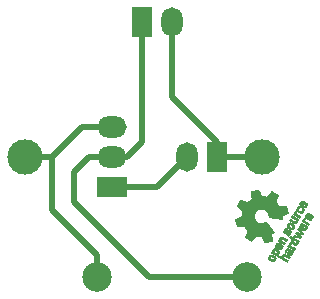
<source format=gtl>
%TF.GenerationSoftware,KiCad,Pcbnew,6.0.7*%
%TF.CreationDate,2022-09-06T10:13:28+02:00*%
%TF.ProjectId,gluhwurmchen,676c7568-7775-4726-9d63-68656e2e6b69,rev?*%
%TF.SameCoordinates,Original*%
%TF.FileFunction,Copper,L1,Top*%
%TF.FilePolarity,Positive*%
%FSLAX46Y46*%
G04 Gerber Fmt 4.6, Leading zero omitted, Abs format (unit mm)*
G04 Created by KiCad (PCBNEW 6.0.7) date 2022-09-06 10:13:28*
%MOMM*%
%LPD*%
G01*
G04 APERTURE LIST*
%TA.AperFunction,EtchedComponent*%
%ADD10C,0.010000*%
%TD*%
%TA.AperFunction,ComponentPad*%
%ADD11C,2.500000*%
%TD*%
%TA.AperFunction,ComponentPad*%
%ADD12R,1.800000X2.500000*%
%TD*%
%TA.AperFunction,ComponentPad*%
%ADD13O,1.800000X2.500000*%
%TD*%
%TA.AperFunction,ComponentPad*%
%ADD14R,2.500000X1.800000*%
%TD*%
%TA.AperFunction,ComponentPad*%
%ADD15O,2.500000X1.800000*%
%TD*%
%TA.AperFunction,ComponentPad*%
%ADD16C,3.000000*%
%TD*%
%TA.AperFunction,Conductor*%
%ADD17C,0.500000*%
%TD*%
G04 APERTURE END LIST*
G36*
X92104345Y-97594080D02*
G01*
X92069990Y-97565486D01*
X92046728Y-97536258D01*
X92030552Y-97502882D01*
X92026517Y-97491641D01*
X92011316Y-97427141D01*
X92012402Y-97405424D01*
X92149691Y-97405424D01*
X92159758Y-97451273D01*
X92194444Y-97495151D01*
X92253951Y-97537280D01*
X92285353Y-97553991D01*
X92328567Y-97573791D01*
X92358804Y-97582162D01*
X92384611Y-97580676D01*
X92402187Y-97575478D01*
X92448632Y-97547889D01*
X92476338Y-97506962D01*
X92482828Y-97457694D01*
X92475852Y-97427160D01*
X92465528Y-97402099D01*
X92452572Y-97383447D01*
X92431539Y-97366399D01*
X92396980Y-97346154D01*
X92364383Y-97328844D01*
X92317344Y-97304936D01*
X92285516Y-97291713D01*
X92262189Y-97287533D01*
X92240657Y-97290753D01*
X92226851Y-97295186D01*
X92182232Y-97321308D01*
X92156891Y-97362648D01*
X92149691Y-97405424D01*
X92012402Y-97405424D01*
X92014222Y-97369050D01*
X92036247Y-97308674D01*
X92050894Y-97281488D01*
X92100125Y-97215573D01*
X92158203Y-97173145D01*
X92225228Y-97154178D01*
X92301300Y-97158647D01*
X92386521Y-97186525D01*
X92399048Y-97192229D01*
X92483214Y-97239624D01*
X92549811Y-97293601D01*
X92595679Y-97351393D01*
X92607536Y-97375004D01*
X92622707Y-97442160D01*
X92616706Y-97513068D01*
X92591551Y-97581749D01*
X92549262Y-97642226D01*
X92504287Y-97680792D01*
X92451554Y-97705842D01*
X92394282Y-97718132D01*
X92393061Y-97718212D01*
X92361858Y-97718617D01*
X92333318Y-97714110D01*
X92300703Y-97702528D01*
X92257273Y-97681709D01*
X92222357Y-97663426D01*
X92191092Y-97646154D01*
X92153798Y-97625554D01*
X92104345Y-97594080D01*
G37*
D10*
X92104345Y-97594080D02*
X92069990Y-97565486D01*
X92046728Y-97536258D01*
X92030552Y-97502882D01*
X92026517Y-97491641D01*
X92011316Y-97427141D01*
X92012402Y-97405424D01*
X92149691Y-97405424D01*
X92159758Y-97451273D01*
X92194444Y-97495151D01*
X92253951Y-97537280D01*
X92285353Y-97553991D01*
X92328567Y-97573791D01*
X92358804Y-97582162D01*
X92384611Y-97580676D01*
X92402187Y-97575478D01*
X92448632Y-97547889D01*
X92476338Y-97506962D01*
X92482828Y-97457694D01*
X92475852Y-97427160D01*
X92465528Y-97402099D01*
X92452572Y-97383447D01*
X92431539Y-97366399D01*
X92396980Y-97346154D01*
X92364383Y-97328844D01*
X92317344Y-97304936D01*
X92285516Y-97291713D01*
X92262189Y-97287533D01*
X92240657Y-97290753D01*
X92226851Y-97295186D01*
X92182232Y-97321308D01*
X92156891Y-97362648D01*
X92149691Y-97405424D01*
X92012402Y-97405424D01*
X92014222Y-97369050D01*
X92036247Y-97308674D01*
X92050894Y-97281488D01*
X92100125Y-97215573D01*
X92158203Y-97173145D01*
X92225228Y-97154178D01*
X92301300Y-97158647D01*
X92386521Y-97186525D01*
X92399048Y-97192229D01*
X92483214Y-97239624D01*
X92549811Y-97293601D01*
X92595679Y-97351393D01*
X92607536Y-97375004D01*
X92622707Y-97442160D01*
X92616706Y-97513068D01*
X92591551Y-97581749D01*
X92549262Y-97642226D01*
X92504287Y-97680792D01*
X92451554Y-97705842D01*
X92394282Y-97718132D01*
X92393061Y-97718212D01*
X92361858Y-97718617D01*
X92333318Y-97714110D01*
X92300703Y-97702528D01*
X92257273Y-97681709D01*
X92222357Y-97663426D01*
X92191092Y-97646154D01*
X92153798Y-97625554D01*
X92104345Y-97594080D01*
G36*
X91155608Y-91670958D02*
G01*
X91173831Y-91703693D01*
X91199287Y-91752557D01*
X91230266Y-91814229D01*
X91265053Y-91885384D01*
X91284694Y-91926316D01*
X91320601Y-92000987D01*
X91353326Y-92067811D01*
X91381212Y-92123508D01*
X91402607Y-92164797D01*
X91415854Y-92188398D01*
X91419051Y-92192641D01*
X91433442Y-92195515D01*
X91467911Y-92200603D01*
X91517546Y-92207303D01*
X91577434Y-92215016D01*
X91642664Y-92223138D01*
X91708323Y-92231069D01*
X91769500Y-92238208D01*
X91821279Y-92243955D01*
X91858752Y-92247709D01*
X91877005Y-92248867D01*
X91877803Y-92248774D01*
X91886890Y-92239292D01*
X91909920Y-92213363D01*
X91944538Y-92173695D01*
X91988390Y-92122991D01*
X92039119Y-92063959D01*
X92068632Y-92029469D01*
X92122974Y-91966469D01*
X92172709Y-91909941D01*
X92215268Y-91862715D01*
X92248081Y-91827619D01*
X92268579Y-91807483D01*
X92273473Y-91803883D01*
X92290491Y-91807413D01*
X92324967Y-91822239D01*
X92373129Y-91846179D01*
X92431206Y-91877052D01*
X92495423Y-91912675D01*
X92562006Y-91950867D01*
X92627185Y-91989446D01*
X92687185Y-92026231D01*
X92738234Y-92059040D01*
X92776559Y-92085690D01*
X92798388Y-92104000D01*
X92801964Y-92109488D01*
X92799165Y-92128337D01*
X92789058Y-92165864D01*
X92773104Y-92217180D01*
X92752772Y-92277392D01*
X92745397Y-92298252D01*
X92709596Y-92398682D01*
X92681572Y-92478162D01*
X92660489Y-92539371D01*
X92645511Y-92584987D01*
X92635801Y-92617687D01*
X92630524Y-92640150D01*
X92628844Y-92655054D01*
X92629924Y-92665076D01*
X92630372Y-92666650D01*
X92641083Y-92685961D01*
X92664319Y-92719401D01*
X92697039Y-92763216D01*
X92736202Y-92813650D01*
X92778766Y-92866948D01*
X92821690Y-92919353D01*
X92861933Y-92967110D01*
X92896453Y-93006465D01*
X92922210Y-93033662D01*
X92936161Y-93044944D01*
X92936815Y-93045053D01*
X92954097Y-93044094D01*
X92992444Y-93041423D01*
X93047856Y-93037336D01*
X93116328Y-93032131D01*
X93193861Y-93026104D01*
X93215907Y-93024369D01*
X93295460Y-93018724D01*
X93367321Y-93014829D01*
X93427419Y-93012806D01*
X93471687Y-93012780D01*
X93496057Y-93014874D01*
X93498664Y-93015799D01*
X93506695Y-93030498D01*
X93519195Y-93065520D01*
X93535076Y-93116661D01*
X93553247Y-93179717D01*
X93572620Y-93250486D01*
X93592103Y-93324764D01*
X93610608Y-93398348D01*
X93627046Y-93467034D01*
X93640325Y-93526618D01*
X93649357Y-93572898D01*
X93653052Y-93601669D01*
X93652347Y-93608630D01*
X93639063Y-93618113D01*
X93608061Y-93635332D01*
X93564479Y-93657534D01*
X93530128Y-93674142D01*
X93467459Y-93703991D01*
X93393475Y-93739471D01*
X93319451Y-93775168D01*
X93279750Y-93794415D01*
X93145539Y-93859660D01*
X93142245Y-93977571D01*
X93139895Y-94030798D01*
X93136340Y-94075161D01*
X93132178Y-94104162D01*
X93130029Y-94110916D01*
X93116172Y-94112529D01*
X93080566Y-94110936D01*
X93026351Y-94106536D01*
X92956666Y-94099724D01*
X92874652Y-94090898D01*
X92783447Y-94080456D01*
X92686193Y-94068793D01*
X92586029Y-94056308D01*
X92486095Y-94043397D01*
X92389529Y-94030459D01*
X92299474Y-94017889D01*
X92219069Y-94006086D01*
X92151452Y-93995444D01*
X92099764Y-93986363D01*
X92067146Y-93979239D01*
X92056870Y-93975189D01*
X92051264Y-93957028D01*
X92045823Y-93921211D01*
X92041659Y-93875209D01*
X92041420Y-93871412D01*
X92022564Y-93747844D01*
X91982985Y-93634134D01*
X91924863Y-93532329D01*
X91850383Y-93444478D01*
X91761727Y-93372627D01*
X91661077Y-93318826D01*
X91550617Y-93285120D01*
X91432528Y-93273558D01*
X91404843Y-93274231D01*
X91284658Y-93291480D01*
X91173953Y-93329917D01*
X91074608Y-93387084D01*
X90988501Y-93460523D01*
X90917512Y-93547778D01*
X90863519Y-93646390D01*
X90828404Y-93753902D01*
X90814043Y-93867856D01*
X90822317Y-93985794D01*
X90830406Y-94025469D01*
X90864597Y-94134297D01*
X90913091Y-94227212D01*
X90979674Y-94310185D01*
X91053968Y-94377880D01*
X91146921Y-94437669D01*
X91251840Y-94477829D01*
X91364580Y-94498040D01*
X91480994Y-94497981D01*
X91596939Y-94477333D01*
X91708267Y-94435778D01*
X91721194Y-94429333D01*
X91762886Y-94409339D01*
X91796982Y-94395526D01*
X91816425Y-94390737D01*
X91816921Y-94390792D01*
X91828964Y-94401182D01*
X91853773Y-94429135D01*
X91889434Y-94472128D01*
X91934036Y-94527641D01*
X91985666Y-94593153D01*
X92042409Y-94666144D01*
X92102352Y-94744093D01*
X92163585Y-94824479D01*
X92224192Y-94904780D01*
X92282261Y-94982478D01*
X92335878Y-95055050D01*
X92383132Y-95119975D01*
X92422108Y-95174735D01*
X92450895Y-95216808D01*
X92467578Y-95243671D01*
X92470914Y-95252537D01*
X92456794Y-95265589D01*
X92426371Y-95287700D01*
X92384972Y-95315105D01*
X92361541Y-95329790D01*
X92261074Y-95391598D01*
X92271676Y-95540450D01*
X92277221Y-95616512D01*
X92283499Y-95699908D01*
X92289565Y-95778162D01*
X92292707Y-95817419D01*
X92296425Y-95872229D01*
X92298134Y-95917809D01*
X92297690Y-95948258D01*
X92296088Y-95957307D01*
X92282473Y-95963963D01*
X92248102Y-95976245D01*
X92196447Y-95993046D01*
X92130981Y-96013254D01*
X92055178Y-96035761D01*
X92006783Y-96049734D01*
X91920994Y-96073532D01*
X91845222Y-96093158D01*
X91782642Y-96107881D01*
X91736432Y-96116976D01*
X91709769Y-96119714D01*
X91705197Y-96118815D01*
X91694172Y-96104377D01*
X91674471Y-96070694D01*
X91647995Y-96021341D01*
X91616645Y-95959886D01*
X91582323Y-95889904D01*
X91572875Y-95870184D01*
X91538595Y-95798410D01*
X91507659Y-95733914D01*
X91481812Y-95680309D01*
X91462800Y-95641211D01*
X91452365Y-95620233D01*
X91451242Y-95618140D01*
X91436831Y-95611980D01*
X91402236Y-95603474D01*
X91352230Y-95593378D01*
X91291585Y-95582450D01*
X91225077Y-95571443D01*
X91157477Y-95561117D01*
X91093558Y-95552224D01*
X91038093Y-95545522D01*
X90995855Y-95541767D01*
X90971616Y-95541716D01*
X90970314Y-95541955D01*
X90961421Y-95545346D01*
X90950041Y-95553176D01*
X90934275Y-95567508D01*
X90912220Y-95590406D01*
X90881976Y-95623932D01*
X90841643Y-95670149D01*
X90789316Y-95731122D01*
X90723098Y-95808911D01*
X90708785Y-95825768D01*
X90665758Y-95875378D01*
X90627100Y-95917963D01*
X90596310Y-95949811D01*
X90576894Y-95967207D01*
X90573594Y-95969137D01*
X90556327Y-95965489D01*
X90521632Y-95950596D01*
X90473285Y-95926634D01*
X90415061Y-95895780D01*
X90350737Y-95860211D01*
X90284089Y-95822103D01*
X90218892Y-95783633D01*
X90158923Y-95746977D01*
X90107957Y-95714313D01*
X90069770Y-95687815D01*
X90048137Y-95669662D01*
X90044686Y-95664255D01*
X90047946Y-95647127D01*
X90058599Y-95609993D01*
X90075482Y-95556490D01*
X90097429Y-95490261D01*
X90123275Y-95414942D01*
X90137629Y-95374064D01*
X90164944Y-95296550D01*
X90189117Y-95227319D01*
X90208983Y-95169765D01*
X90223374Y-95127279D01*
X90231125Y-95103253D01*
X90232138Y-95099148D01*
X90224099Y-95086578D01*
X90203722Y-95058056D01*
X90173990Y-95017534D01*
X90137881Y-94968967D01*
X90098376Y-94916313D01*
X90058456Y-94863522D01*
X90021102Y-94814551D01*
X89989294Y-94773355D01*
X89966012Y-94743888D01*
X89954238Y-94730104D01*
X89953647Y-94729634D01*
X89938543Y-94728832D01*
X89902063Y-94729971D01*
X89847888Y-94732843D01*
X89779698Y-94737237D01*
X89701174Y-94742947D01*
X89655917Y-94746493D01*
X89573081Y-94752739D01*
X89498336Y-94757612D01*
X89435427Y-94760927D01*
X89388095Y-94762505D01*
X89360086Y-94762163D01*
X89354354Y-94761138D01*
X89347571Y-94747396D01*
X89335766Y-94713413D01*
X89320076Y-94663318D01*
X89301641Y-94601238D01*
X89281597Y-94531300D01*
X89261082Y-94457632D01*
X89241234Y-94384361D01*
X89223191Y-94315612D01*
X89208089Y-94255515D01*
X89197068Y-94208196D01*
X89191265Y-94177782D01*
X89191004Y-94168577D01*
X89203267Y-94160916D01*
X89235054Y-94144009D01*
X89283199Y-94119458D01*
X89344535Y-94088860D01*
X89415896Y-94053819D01*
X89470014Y-94027552D01*
X89744029Y-93895179D01*
X89774024Y-93670283D01*
X89804020Y-93445387D01*
X89571292Y-93245379D01*
X89338565Y-93045370D01*
X89652393Y-92501805D01*
X89941969Y-92603349D01*
X90231544Y-92704893D01*
X90591080Y-92428044D01*
X90568711Y-92124553D01*
X90562686Y-92039699D01*
X90557698Y-91963258D01*
X90553940Y-91898778D01*
X90551609Y-91849804D01*
X90550902Y-91819881D01*
X90551475Y-91812173D01*
X90565224Y-91805631D01*
X90599301Y-91794364D01*
X90649560Y-91779446D01*
X90711861Y-91761954D01*
X90782057Y-91742964D01*
X90856008Y-91723553D01*
X90929569Y-91704794D01*
X90998598Y-91687767D01*
X91058950Y-91673546D01*
X91106483Y-91663207D01*
X91137052Y-91657827D01*
X91146330Y-91657678D01*
X91155608Y-91670958D01*
G37*
X91155608Y-91670958D02*
X91173831Y-91703693D01*
X91199287Y-91752557D01*
X91230266Y-91814229D01*
X91265053Y-91885384D01*
X91284694Y-91926316D01*
X91320601Y-92000987D01*
X91353326Y-92067811D01*
X91381212Y-92123508D01*
X91402607Y-92164797D01*
X91415854Y-92188398D01*
X91419051Y-92192641D01*
X91433442Y-92195515D01*
X91467911Y-92200603D01*
X91517546Y-92207303D01*
X91577434Y-92215016D01*
X91642664Y-92223138D01*
X91708323Y-92231069D01*
X91769500Y-92238208D01*
X91821279Y-92243955D01*
X91858752Y-92247709D01*
X91877005Y-92248867D01*
X91877803Y-92248774D01*
X91886890Y-92239292D01*
X91909920Y-92213363D01*
X91944538Y-92173695D01*
X91988390Y-92122991D01*
X92039119Y-92063959D01*
X92068632Y-92029469D01*
X92122974Y-91966469D01*
X92172709Y-91909941D01*
X92215268Y-91862715D01*
X92248081Y-91827619D01*
X92268579Y-91807483D01*
X92273473Y-91803883D01*
X92290491Y-91807413D01*
X92324967Y-91822239D01*
X92373129Y-91846179D01*
X92431206Y-91877052D01*
X92495423Y-91912675D01*
X92562006Y-91950867D01*
X92627185Y-91989446D01*
X92687185Y-92026231D01*
X92738234Y-92059040D01*
X92776559Y-92085690D01*
X92798388Y-92104000D01*
X92801964Y-92109488D01*
X92799165Y-92128337D01*
X92789058Y-92165864D01*
X92773104Y-92217180D01*
X92752772Y-92277392D01*
X92745397Y-92298252D01*
X92709596Y-92398682D01*
X92681572Y-92478162D01*
X92660489Y-92539371D01*
X92645511Y-92584987D01*
X92635801Y-92617687D01*
X92630524Y-92640150D01*
X92628844Y-92655054D01*
X92629924Y-92665076D01*
X92630372Y-92666650D01*
X92641083Y-92685961D01*
X92664319Y-92719401D01*
X92697039Y-92763216D01*
X92736202Y-92813650D01*
X92778766Y-92866948D01*
X92821690Y-92919353D01*
X92861933Y-92967110D01*
X92896453Y-93006465D01*
X92922210Y-93033662D01*
X92936161Y-93044944D01*
X92936815Y-93045053D01*
X92954097Y-93044094D01*
X92992444Y-93041423D01*
X93047856Y-93037336D01*
X93116328Y-93032131D01*
X93193861Y-93026104D01*
X93215907Y-93024369D01*
X93295460Y-93018724D01*
X93367321Y-93014829D01*
X93427419Y-93012806D01*
X93471687Y-93012780D01*
X93496057Y-93014874D01*
X93498664Y-93015799D01*
X93506695Y-93030498D01*
X93519195Y-93065520D01*
X93535076Y-93116661D01*
X93553247Y-93179717D01*
X93572620Y-93250486D01*
X93592103Y-93324764D01*
X93610608Y-93398348D01*
X93627046Y-93467034D01*
X93640325Y-93526618D01*
X93649357Y-93572898D01*
X93653052Y-93601669D01*
X93652347Y-93608630D01*
X93639063Y-93618113D01*
X93608061Y-93635332D01*
X93564479Y-93657534D01*
X93530128Y-93674142D01*
X93467459Y-93703991D01*
X93393475Y-93739471D01*
X93319451Y-93775168D01*
X93279750Y-93794415D01*
X93145539Y-93859660D01*
X93142245Y-93977571D01*
X93139895Y-94030798D01*
X93136340Y-94075161D01*
X93132178Y-94104162D01*
X93130029Y-94110916D01*
X93116172Y-94112529D01*
X93080566Y-94110936D01*
X93026351Y-94106536D01*
X92956666Y-94099724D01*
X92874652Y-94090898D01*
X92783447Y-94080456D01*
X92686193Y-94068793D01*
X92586029Y-94056308D01*
X92486095Y-94043397D01*
X92389529Y-94030459D01*
X92299474Y-94017889D01*
X92219069Y-94006086D01*
X92151452Y-93995444D01*
X92099764Y-93986363D01*
X92067146Y-93979239D01*
X92056870Y-93975189D01*
X92051264Y-93957028D01*
X92045823Y-93921211D01*
X92041659Y-93875209D01*
X92041420Y-93871412D01*
X92022564Y-93747844D01*
X91982985Y-93634134D01*
X91924863Y-93532329D01*
X91850383Y-93444478D01*
X91761727Y-93372627D01*
X91661077Y-93318826D01*
X91550617Y-93285120D01*
X91432528Y-93273558D01*
X91404843Y-93274231D01*
X91284658Y-93291480D01*
X91173953Y-93329917D01*
X91074608Y-93387084D01*
X90988501Y-93460523D01*
X90917512Y-93547778D01*
X90863519Y-93646390D01*
X90828404Y-93753902D01*
X90814043Y-93867856D01*
X90822317Y-93985794D01*
X90830406Y-94025469D01*
X90864597Y-94134297D01*
X90913091Y-94227212D01*
X90979674Y-94310185D01*
X91053968Y-94377880D01*
X91146921Y-94437669D01*
X91251840Y-94477829D01*
X91364580Y-94498040D01*
X91480994Y-94497981D01*
X91596939Y-94477333D01*
X91708267Y-94435778D01*
X91721194Y-94429333D01*
X91762886Y-94409339D01*
X91796982Y-94395526D01*
X91816425Y-94390737D01*
X91816921Y-94390792D01*
X91828964Y-94401182D01*
X91853773Y-94429135D01*
X91889434Y-94472128D01*
X91934036Y-94527641D01*
X91985666Y-94593153D01*
X92042409Y-94666144D01*
X92102352Y-94744093D01*
X92163585Y-94824479D01*
X92224192Y-94904780D01*
X92282261Y-94982478D01*
X92335878Y-95055050D01*
X92383132Y-95119975D01*
X92422108Y-95174735D01*
X92450895Y-95216808D01*
X92467578Y-95243671D01*
X92470914Y-95252537D01*
X92456794Y-95265589D01*
X92426371Y-95287700D01*
X92384972Y-95315105D01*
X92361541Y-95329790D01*
X92261074Y-95391598D01*
X92271676Y-95540450D01*
X92277221Y-95616512D01*
X92283499Y-95699908D01*
X92289565Y-95778162D01*
X92292707Y-95817419D01*
X92296425Y-95872229D01*
X92298134Y-95917809D01*
X92297690Y-95948258D01*
X92296088Y-95957307D01*
X92282473Y-95963963D01*
X92248102Y-95976245D01*
X92196447Y-95993046D01*
X92130981Y-96013254D01*
X92055178Y-96035761D01*
X92006783Y-96049734D01*
X91920994Y-96073532D01*
X91845222Y-96093158D01*
X91782642Y-96107881D01*
X91736432Y-96116976D01*
X91709769Y-96119714D01*
X91705197Y-96118815D01*
X91694172Y-96104377D01*
X91674471Y-96070694D01*
X91647995Y-96021341D01*
X91616645Y-95959886D01*
X91582323Y-95889904D01*
X91572875Y-95870184D01*
X91538595Y-95798410D01*
X91507659Y-95733914D01*
X91481812Y-95680309D01*
X91462800Y-95641211D01*
X91452365Y-95620233D01*
X91451242Y-95618140D01*
X91436831Y-95611980D01*
X91402236Y-95603474D01*
X91352230Y-95593378D01*
X91291585Y-95582450D01*
X91225077Y-95571443D01*
X91157477Y-95561117D01*
X91093558Y-95552224D01*
X91038093Y-95545522D01*
X90995855Y-95541767D01*
X90971616Y-95541716D01*
X90970314Y-95541955D01*
X90961421Y-95545346D01*
X90950041Y-95553176D01*
X90934275Y-95567508D01*
X90912220Y-95590406D01*
X90881976Y-95623932D01*
X90841643Y-95670149D01*
X90789316Y-95731122D01*
X90723098Y-95808911D01*
X90708785Y-95825768D01*
X90665758Y-95875378D01*
X90627100Y-95917963D01*
X90596310Y-95949811D01*
X90576894Y-95967207D01*
X90573594Y-95969137D01*
X90556327Y-95965489D01*
X90521632Y-95950596D01*
X90473285Y-95926634D01*
X90415061Y-95895780D01*
X90350737Y-95860211D01*
X90284089Y-95822103D01*
X90218892Y-95783633D01*
X90158923Y-95746977D01*
X90107957Y-95714313D01*
X90069770Y-95687815D01*
X90048137Y-95669662D01*
X90044686Y-95664255D01*
X90047946Y-95647127D01*
X90058599Y-95609993D01*
X90075482Y-95556490D01*
X90097429Y-95490261D01*
X90123275Y-95414942D01*
X90137629Y-95374064D01*
X90164944Y-95296550D01*
X90189117Y-95227319D01*
X90208983Y-95169765D01*
X90223374Y-95127279D01*
X90231125Y-95103253D01*
X90232138Y-95099148D01*
X90224099Y-95086578D01*
X90203722Y-95058056D01*
X90173990Y-95017534D01*
X90137881Y-94968967D01*
X90098376Y-94916313D01*
X90058456Y-94863522D01*
X90021102Y-94814551D01*
X89989294Y-94773355D01*
X89966012Y-94743888D01*
X89954238Y-94730104D01*
X89953647Y-94729634D01*
X89938543Y-94728832D01*
X89902063Y-94729971D01*
X89847888Y-94732843D01*
X89779698Y-94737237D01*
X89701174Y-94742947D01*
X89655917Y-94746493D01*
X89573081Y-94752739D01*
X89498336Y-94757612D01*
X89435427Y-94760927D01*
X89388095Y-94762505D01*
X89360086Y-94762163D01*
X89354354Y-94761138D01*
X89347571Y-94747396D01*
X89335766Y-94713413D01*
X89320076Y-94663318D01*
X89301641Y-94601238D01*
X89281597Y-94531300D01*
X89261082Y-94457632D01*
X89241234Y-94384361D01*
X89223191Y-94315612D01*
X89208089Y-94255515D01*
X89197068Y-94208196D01*
X89191265Y-94177782D01*
X89191004Y-94168577D01*
X89203267Y-94160916D01*
X89235054Y-94144009D01*
X89283199Y-94119458D01*
X89344535Y-94088860D01*
X89415896Y-94053819D01*
X89470014Y-94027552D01*
X89744029Y-93895179D01*
X89774024Y-93670283D01*
X89804020Y-93445387D01*
X89571292Y-93245379D01*
X89338565Y-93045370D01*
X89652393Y-92501805D01*
X89941969Y-92603349D01*
X90231544Y-92704893D01*
X90591080Y-92428044D01*
X90568711Y-92124553D01*
X90562686Y-92039699D01*
X90557698Y-91963258D01*
X90553940Y-91898778D01*
X90551609Y-91849804D01*
X90550902Y-91819881D01*
X90551475Y-91812173D01*
X90565224Y-91805631D01*
X90599301Y-91794364D01*
X90649560Y-91779446D01*
X90711861Y-91761954D01*
X90782057Y-91742964D01*
X90856008Y-91723553D01*
X90929569Y-91704794D01*
X90998598Y-91687767D01*
X91058950Y-91673546D01*
X91106483Y-91663207D01*
X91137052Y-91657827D01*
X91146330Y-91657678D01*
X91155608Y-91670958D01*
G36*
X94061415Y-96213348D02*
G01*
X93993838Y-96167231D01*
X93947184Y-96125537D01*
X93918600Y-96084483D01*
X93905238Y-96040288D01*
X93903456Y-96003843D01*
X93905630Y-95993647D01*
X94052133Y-95993647D01*
X94061287Y-96033629D01*
X94064540Y-96039106D01*
X94088997Y-96064493D01*
X94128520Y-96093450D01*
X94176020Y-96122031D01*
X94224410Y-96146295D01*
X94266603Y-96162297D01*
X94293285Y-96166388D01*
X94341588Y-96151469D01*
X94374266Y-96119512D01*
X94388332Y-96075221D01*
X94381985Y-96026769D01*
X94372018Y-96004053D01*
X94355653Y-95984687D01*
X94327510Y-95963793D01*
X94282712Y-95936785D01*
X94236973Y-95912425D01*
X94195222Y-95893730D01*
X94165529Y-95884254D01*
X94162612Y-95883848D01*
X94121117Y-95890815D01*
X94086143Y-95915758D01*
X94061784Y-95952196D01*
X94052133Y-95993647D01*
X93905630Y-95993647D01*
X93912850Y-95959784D01*
X93935372Y-95911244D01*
X93966022Y-95865921D01*
X93999798Y-95831511D01*
X94024612Y-95817353D01*
X94057500Y-95806759D01*
X93803664Y-95660206D01*
X93872822Y-95540420D01*
X94613317Y-95967945D01*
X94578738Y-96027838D01*
X94557647Y-96062013D01*
X94542974Y-96077682D01*
X94530042Y-96078908D01*
X94523553Y-96075834D01*
X94510488Y-96069757D01*
X94504101Y-96075313D01*
X94501246Y-96097955D01*
X94500219Y-96116250D01*
X94485763Y-96180424D01*
X94452608Y-96240114D01*
X94412217Y-96280885D01*
X94355840Y-96308018D01*
X94291070Y-96316118D01*
X94227122Y-96304110D01*
X94223875Y-96302870D01*
X94189842Y-96286922D01*
X94142490Y-96261423D01*
X94107343Y-96240983D01*
X94089522Y-96230619D01*
X94061415Y-96213348D01*
G37*
X94061415Y-96213348D02*
X93993838Y-96167231D01*
X93947184Y-96125537D01*
X93918600Y-96084483D01*
X93905238Y-96040288D01*
X93903456Y-96003843D01*
X93905630Y-95993647D01*
X94052133Y-95993647D01*
X94061287Y-96033629D01*
X94064540Y-96039106D01*
X94088997Y-96064493D01*
X94128520Y-96093450D01*
X94176020Y-96122031D01*
X94224410Y-96146295D01*
X94266603Y-96162297D01*
X94293285Y-96166388D01*
X94341588Y-96151469D01*
X94374266Y-96119512D01*
X94388332Y-96075221D01*
X94381985Y-96026769D01*
X94372018Y-96004053D01*
X94355653Y-95984687D01*
X94327510Y-95963793D01*
X94282712Y-95936785D01*
X94236973Y-95912425D01*
X94195222Y-95893730D01*
X94165529Y-95884254D01*
X94162612Y-95883848D01*
X94121117Y-95890815D01*
X94086143Y-95915758D01*
X94061784Y-95952196D01*
X94052133Y-95993647D01*
X93905630Y-95993647D01*
X93912850Y-95959784D01*
X93935372Y-95911244D01*
X93966022Y-95865921D01*
X93999798Y-95831511D01*
X94024612Y-95817353D01*
X94057500Y-95806759D01*
X93803664Y-95660206D01*
X93872822Y-95540420D01*
X94613317Y-95967945D01*
X94578738Y-96027838D01*
X94557647Y-96062013D01*
X94542974Y-96077682D01*
X94530042Y-96078908D01*
X94523553Y-96075834D01*
X94510488Y-96069757D01*
X94504101Y-96075313D01*
X94501246Y-96097955D01*
X94500219Y-96116250D01*
X94485763Y-96180424D01*
X94452608Y-96240114D01*
X94412217Y-96280885D01*
X94355840Y-96308018D01*
X94291070Y-96316118D01*
X94227122Y-96304110D01*
X94223875Y-96302870D01*
X94189842Y-96286922D01*
X94142490Y-96261423D01*
X94107343Y-96240983D01*
X94089522Y-96230619D01*
X94061415Y-96213348D01*
G36*
X94633206Y-94971566D02*
G01*
X94680258Y-95023038D01*
X94736996Y-95085159D01*
X94796164Y-95149985D01*
X94848906Y-95207811D01*
X94968917Y-95339453D01*
X94943050Y-95391842D01*
X94917184Y-95444231D01*
X94810973Y-95419418D01*
X94745067Y-95403880D01*
X94672517Y-95386563D01*
X94608541Y-95371099D01*
X94605997Y-95370478D01*
X94562003Y-95361117D01*
X94530596Y-95357135D01*
X94516746Y-95359049D01*
X94516969Y-95361215D01*
X94528693Y-95375133D01*
X94554558Y-95403648D01*
X94591285Y-95443216D01*
X94635601Y-95490292D01*
X94660060Y-95516042D01*
X94793414Y-95656007D01*
X94735543Y-95756243D01*
X94436096Y-95690199D01*
X94352077Y-95671705D01*
X94275741Y-95654973D01*
X94210675Y-95640785D01*
X94160469Y-95629920D01*
X94128711Y-95623160D01*
X94119374Y-95621287D01*
X94112578Y-95614579D01*
X94118545Y-95596152D01*
X94138603Y-95562220D01*
X94141953Y-95557030D01*
X94181807Y-95495639D01*
X94358197Y-95542201D01*
X94422595Y-95559063D01*
X94479333Y-95573665D01*
X94523476Y-95584753D01*
X94550087Y-95591078D01*
X94554511Y-95591962D01*
X94553253Y-95584314D01*
X94537249Y-95561118D01*
X94508809Y-95525308D01*
X94470239Y-95479819D01*
X94434814Y-95439736D01*
X94295194Y-95284313D01*
X94323292Y-95243112D01*
X94351392Y-95201910D01*
X94753988Y-95284197D01*
X94704288Y-95231962D01*
X94673408Y-95199967D01*
X94631457Y-95157111D01*
X94585186Y-95110274D01*
X94560301Y-95085267D01*
X94466012Y-94990805D01*
X94537514Y-94866961D01*
X94633206Y-94971566D01*
G37*
X94633206Y-94971566D02*
X94680258Y-95023038D01*
X94736996Y-95085159D01*
X94796164Y-95149985D01*
X94848906Y-95207811D01*
X94968917Y-95339453D01*
X94943050Y-95391842D01*
X94917184Y-95444231D01*
X94810973Y-95419418D01*
X94745067Y-95403880D01*
X94672517Y-95386563D01*
X94608541Y-95371099D01*
X94605997Y-95370478D01*
X94562003Y-95361117D01*
X94530596Y-95357135D01*
X94516746Y-95359049D01*
X94516969Y-95361215D01*
X94528693Y-95375133D01*
X94554558Y-95403648D01*
X94591285Y-95443216D01*
X94635601Y-95490292D01*
X94660060Y-95516042D01*
X94793414Y-95656007D01*
X94735543Y-95756243D01*
X94436096Y-95690199D01*
X94352077Y-95671705D01*
X94275741Y-95654973D01*
X94210675Y-95640785D01*
X94160469Y-95629920D01*
X94128711Y-95623160D01*
X94119374Y-95621287D01*
X94112578Y-95614579D01*
X94118545Y-95596152D01*
X94138603Y-95562220D01*
X94141953Y-95557030D01*
X94181807Y-95495639D01*
X94358197Y-95542201D01*
X94422595Y-95559063D01*
X94479333Y-95573665D01*
X94523476Y-95584753D01*
X94550087Y-95591078D01*
X94554511Y-95591962D01*
X94553253Y-95584314D01*
X94537249Y-95561118D01*
X94508809Y-95525308D01*
X94470239Y-95479819D01*
X94434814Y-95439736D01*
X94295194Y-95284313D01*
X94323292Y-95243112D01*
X94351392Y-95201910D01*
X94753988Y-95284197D01*
X94704288Y-95231962D01*
X94673408Y-95199967D01*
X94631457Y-95157111D01*
X94585186Y-95110274D01*
X94560301Y-95085267D01*
X94466012Y-94990805D01*
X94537514Y-94866961D01*
X94633206Y-94971566D01*
G36*
X95174294Y-94022558D02*
G01*
X95140812Y-93961179D01*
X95131466Y-93895938D01*
X95136848Y-93869980D01*
X95266007Y-93869980D01*
X95268329Y-93919812D01*
X95287384Y-93964435D01*
X95318426Y-93993842D01*
X95328632Y-93986268D01*
X95347738Y-93961104D01*
X95372550Y-93922806D01*
X95388335Y-93896268D01*
X95415768Y-93847980D01*
X95431728Y-93816720D01*
X95437704Y-93797967D01*
X95435182Y-93787194D01*
X95426454Y-93780341D01*
X95391760Y-93772759D01*
X95349229Y-93779543D01*
X95309148Y-93797629D01*
X95282197Y-93823310D01*
X95266007Y-93869980D01*
X95136848Y-93869980D01*
X95145939Y-93826129D01*
X95160544Y-93792217D01*
X95199456Y-93727018D01*
X95243041Y-93682780D01*
X95296139Y-93655313D01*
X95329189Y-93646253D01*
X95398490Y-93640131D01*
X95467157Y-93653336D01*
X95541426Y-93687133D01*
X95547132Y-93690381D01*
X95604338Y-93723328D01*
X95414361Y-94052378D01*
X95448357Y-94062653D01*
X95482790Y-94065647D01*
X95523847Y-94059798D01*
X95531035Y-94057766D01*
X95578456Y-94032019D01*
X95608830Y-93988971D01*
X95622962Y-93927395D01*
X95623755Y-93916032D01*
X95626303Y-93881247D01*
X95629327Y-93858708D01*
X95630467Y-93855130D01*
X95643601Y-93847922D01*
X95672278Y-93836269D01*
X95687475Y-93830724D01*
X95720988Y-93820400D01*
X95738852Y-93820970D01*
X95748476Y-93833289D01*
X95750343Y-93837981D01*
X95754763Y-93865016D01*
X95755525Y-93905856D01*
X95753982Y-93933141D01*
X95738126Y-94003966D01*
X95705868Y-94073889D01*
X95662347Y-94132620D01*
X95647015Y-94147254D01*
X95586326Y-94184903D01*
X95518043Y-94199359D01*
X95441592Y-94190603D01*
X95356406Y-94158616D01*
X95314938Y-94136562D01*
X95258141Y-94098258D01*
X95232230Y-94080783D01*
X95174294Y-94022558D01*
G37*
X95174294Y-94022558D02*
X95140812Y-93961179D01*
X95131466Y-93895938D01*
X95136848Y-93869980D01*
X95266007Y-93869980D01*
X95268329Y-93919812D01*
X95287384Y-93964435D01*
X95318426Y-93993842D01*
X95328632Y-93986268D01*
X95347738Y-93961104D01*
X95372550Y-93922806D01*
X95388335Y-93896268D01*
X95415768Y-93847980D01*
X95431728Y-93816720D01*
X95437704Y-93797967D01*
X95435182Y-93787194D01*
X95426454Y-93780341D01*
X95391760Y-93772759D01*
X95349229Y-93779543D01*
X95309148Y-93797629D01*
X95282197Y-93823310D01*
X95266007Y-93869980D01*
X95136848Y-93869980D01*
X95145939Y-93826129D01*
X95160544Y-93792217D01*
X95199456Y-93727018D01*
X95243041Y-93682780D01*
X95296139Y-93655313D01*
X95329189Y-93646253D01*
X95398490Y-93640131D01*
X95467157Y-93653336D01*
X95541426Y-93687133D01*
X95547132Y-93690381D01*
X95604338Y-93723328D01*
X95414361Y-94052378D01*
X95448357Y-94062653D01*
X95482790Y-94065647D01*
X95523847Y-94059798D01*
X95531035Y-94057766D01*
X95578456Y-94032019D01*
X95608830Y-93988971D01*
X95622962Y-93927395D01*
X95623755Y-93916032D01*
X95626303Y-93881247D01*
X95629327Y-93858708D01*
X95630467Y-93855130D01*
X95643601Y-93847922D01*
X95672278Y-93836269D01*
X95687475Y-93830724D01*
X95720988Y-93820400D01*
X95738852Y-93820970D01*
X95748476Y-93833289D01*
X95750343Y-93837981D01*
X95754763Y-93865016D01*
X95755525Y-93905856D01*
X95753982Y-93933141D01*
X95738126Y-94003966D01*
X95705868Y-94073889D01*
X95662347Y-94132620D01*
X95647015Y-94147254D01*
X95586326Y-94184903D01*
X95518043Y-94199359D01*
X95441592Y-94190603D01*
X95356406Y-94158616D01*
X95314938Y-94136562D01*
X95258141Y-94098258D01*
X95232230Y-94080783D01*
X95174294Y-94022558D01*
G36*
X95115396Y-94063816D02*
G01*
X95129973Y-94101554D01*
X95134656Y-94124170D01*
X95128122Y-94140184D01*
X95109038Y-94158120D01*
X95099450Y-94166175D01*
X95069992Y-94204578D01*
X95059732Y-94249399D01*
X95070060Y-94292617D01*
X95075877Y-94302027D01*
X95095372Y-94319873D01*
X95134356Y-94347468D01*
X95190015Y-94382946D01*
X95259532Y-94424443D01*
X95269496Y-94430216D01*
X95443218Y-94530514D01*
X95374059Y-94650300D01*
X94840467Y-94342231D01*
X94875046Y-94282337D01*
X94895887Y-94248324D01*
X94910287Y-94232649D01*
X94923213Y-94231242D01*
X94932196Y-94235476D01*
X94954765Y-94248506D01*
X94948761Y-94206783D01*
X94952358Y-94164993D01*
X94970263Y-94116400D01*
X94997775Y-94069371D01*
X95030198Y-94032271D01*
X95056177Y-94015494D01*
X95090954Y-94002144D01*
X95115396Y-94063816D01*
G37*
X95115396Y-94063816D02*
X95129973Y-94101554D01*
X95134656Y-94124170D01*
X95128122Y-94140184D01*
X95109038Y-94158120D01*
X95099450Y-94166175D01*
X95069992Y-94204578D01*
X95059732Y-94249399D01*
X95070060Y-94292617D01*
X95075877Y-94302027D01*
X95095372Y-94319873D01*
X95134356Y-94347468D01*
X95190015Y-94382946D01*
X95259532Y-94424443D01*
X95269496Y-94430216D01*
X95443218Y-94530514D01*
X95374059Y-94650300D01*
X94840467Y-94342231D01*
X94875046Y-94282337D01*
X94895887Y-94248324D01*
X94910287Y-94232649D01*
X94923213Y-94231242D01*
X94932196Y-94235476D01*
X94954765Y-94248506D01*
X94948761Y-94206783D01*
X94952358Y-94164993D01*
X94970263Y-94116400D01*
X94997775Y-94069371D01*
X95030198Y-94032271D01*
X95056177Y-94015494D01*
X95090954Y-94002144D01*
X95115396Y-94063816D01*
G36*
X94630941Y-93016141D02*
G01*
X94637822Y-93030536D01*
X94645609Y-93061703D01*
X94649857Y-93085510D01*
X94659776Y-93149683D01*
X94610667Y-93167481D01*
X94576421Y-93183373D01*
X94554874Y-93205707D01*
X94539225Y-93236471D01*
X94523644Y-93290674D01*
X94529267Y-93337423D01*
X94557363Y-93380081D01*
X94609199Y-93422011D01*
X94609234Y-93422033D01*
X94673430Y-93458059D01*
X94727186Y-93472965D01*
X94772962Y-93467218D01*
X94793245Y-93456992D01*
X94831898Y-93421053D01*
X94858850Y-93374390D01*
X94869262Y-93326266D01*
X94868445Y-93312979D01*
X94866101Y-93279488D01*
X94874316Y-93259105D01*
X94898153Y-93245768D01*
X94932863Y-93235850D01*
X94990090Y-93221470D01*
X94999841Y-93279748D01*
X95001353Y-93361966D01*
X94979735Y-93441216D01*
X94936916Y-93512355D01*
X94897651Y-93552641D01*
X94836105Y-93590689D01*
X94763924Y-93607865D01*
X94719384Y-93608885D01*
X94662711Y-93597819D01*
X94598119Y-93571362D01*
X94533164Y-93533943D01*
X94475402Y-93489993D01*
X94432393Y-93443944D01*
X94428489Y-93438348D01*
X94397431Y-93370928D01*
X94388229Y-93298611D01*
X94399386Y-93225826D01*
X94429399Y-93157002D01*
X94476770Y-93096566D01*
X94540001Y-93048948D01*
X94564521Y-93036607D01*
X94599236Y-93022786D01*
X94624207Y-93015945D01*
X94630941Y-93016141D01*
G37*
X94630941Y-93016141D02*
X94637822Y-93030536D01*
X94645609Y-93061703D01*
X94649857Y-93085510D01*
X94659776Y-93149683D01*
X94610667Y-93167481D01*
X94576421Y-93183373D01*
X94554874Y-93205707D01*
X94539225Y-93236471D01*
X94523644Y-93290674D01*
X94529267Y-93337423D01*
X94557363Y-93380081D01*
X94609199Y-93422011D01*
X94609234Y-93422033D01*
X94673430Y-93458059D01*
X94727186Y-93472965D01*
X94772962Y-93467218D01*
X94793245Y-93456992D01*
X94831898Y-93421053D01*
X94858850Y-93374390D01*
X94869262Y-93326266D01*
X94868445Y-93312979D01*
X94866101Y-93279488D01*
X94874316Y-93259105D01*
X94898153Y-93245768D01*
X94932863Y-93235850D01*
X94990090Y-93221470D01*
X94999841Y-93279748D01*
X95001353Y-93361966D01*
X94979735Y-93441216D01*
X94936916Y-93512355D01*
X94897651Y-93552641D01*
X94836105Y-93590689D01*
X94763924Y-93607865D01*
X94719384Y-93608885D01*
X94662711Y-93597819D01*
X94598119Y-93571362D01*
X94533164Y-93533943D01*
X94475402Y-93489993D01*
X94432393Y-93443944D01*
X94428489Y-93438348D01*
X94397431Y-93370928D01*
X94388229Y-93298611D01*
X94399386Y-93225826D01*
X94429399Y-93157002D01*
X94476770Y-93096566D01*
X94540001Y-93048948D01*
X94564521Y-93036607D01*
X94599236Y-93022786D01*
X94624207Y-93015945D01*
X94630941Y-93016141D01*
G36*
X93883668Y-96108800D02*
G01*
X93887273Y-96113531D01*
X93898639Y-96139410D01*
X93909935Y-96175888D01*
X93911512Y-96182216D01*
X93917185Y-96214046D01*
X93912346Y-96235887D01*
X93893360Y-96259378D01*
X93884681Y-96268169D01*
X93859590Y-96296635D01*
X93849433Y-96320970D01*
X93848685Y-96346043D01*
X93852386Y-96371541D01*
X93862312Y-96394478D01*
X93881385Y-96417447D01*
X93912525Y-96443041D01*
X93958655Y-96473854D01*
X94022694Y-96512477D01*
X94061722Y-96535171D01*
X94229802Y-96632212D01*
X94166931Y-96741108D01*
X93633338Y-96433039D01*
X93664774Y-96378591D01*
X93684798Y-96346582D01*
X93699091Y-96333106D01*
X93712857Y-96334049D01*
X93717829Y-96336625D01*
X93731869Y-96343473D01*
X93737736Y-96338204D01*
X93738609Y-96315324D01*
X93738303Y-96301257D01*
X93743742Y-96260574D01*
X93759712Y-96217455D01*
X93782962Y-96175997D01*
X93810236Y-96140303D01*
X93838280Y-96114472D01*
X93863843Y-96102604D01*
X93883668Y-96108800D01*
G37*
X93883668Y-96108800D02*
X93887273Y-96113531D01*
X93898639Y-96139410D01*
X93909935Y-96175888D01*
X93911512Y-96182216D01*
X93917185Y-96214046D01*
X93912346Y-96235887D01*
X93893360Y-96259378D01*
X93884681Y-96268169D01*
X93859590Y-96296635D01*
X93849433Y-96320970D01*
X93848685Y-96346043D01*
X93852386Y-96371541D01*
X93862312Y-96394478D01*
X93881385Y-96417447D01*
X93912525Y-96443041D01*
X93958655Y-96473854D01*
X94022694Y-96512477D01*
X94061722Y-96535171D01*
X94229802Y-96632212D01*
X94166931Y-96741108D01*
X93633338Y-96433039D01*
X93664774Y-96378591D01*
X93684798Y-96346582D01*
X93699091Y-96333106D01*
X93712857Y-96334049D01*
X93717829Y-96336625D01*
X93731869Y-96343473D01*
X93737736Y-96338204D01*
X93738609Y-96315324D01*
X93738303Y-96301257D01*
X93743742Y-96260574D01*
X93759712Y-96217455D01*
X93782962Y-96175997D01*
X93810236Y-96140303D01*
X93838280Y-96114472D01*
X93863843Y-96102604D01*
X93883668Y-96108800D01*
G36*
X93637829Y-94842897D02*
G01*
X93595785Y-94779778D01*
X93578460Y-94712053D01*
X93582617Y-94671372D01*
X93719984Y-94671372D01*
X93723890Y-94715057D01*
X93732487Y-94741792D01*
X93744750Y-94761580D01*
X93766172Y-94780005D01*
X93802240Y-94802650D01*
X93820394Y-94813215D01*
X93885855Y-94845766D01*
X93940542Y-94862248D01*
X93981694Y-94862025D01*
X93997890Y-94854290D01*
X94022981Y-94825000D01*
X94043697Y-94784925D01*
X94054348Y-94746088D01*
X94054599Y-94734435D01*
X94039787Y-94694759D01*
X94005388Y-94654354D01*
X93956486Y-94617375D01*
X93898164Y-94587975D01*
X93860044Y-94575513D01*
X93808816Y-94573346D01*
X93765478Y-94591592D01*
X93734406Y-94625764D01*
X93719984Y-94671372D01*
X93582617Y-94671372D01*
X93585852Y-94639720D01*
X93589986Y-94625658D01*
X93625773Y-94547467D01*
X93675422Y-94488892D01*
X93737219Y-94451131D01*
X93809453Y-94435377D01*
X93859688Y-94437308D01*
X93898737Y-94448230D01*
X93950492Y-94470579D01*
X94007752Y-94500411D01*
X94063320Y-94533781D01*
X94109996Y-94566746D01*
X94133275Y-94587212D01*
X94159020Y-94625778D01*
X94179490Y-94678647D01*
X94191513Y-94735061D01*
X94191913Y-94784261D01*
X94191739Y-94785354D01*
X94174868Y-94836378D01*
X94143919Y-94890523D01*
X94105692Y-94936885D01*
X94087361Y-94952726D01*
X94028948Y-94987057D01*
X93969920Y-95001719D01*
X93905847Y-94996751D01*
X93832300Y-94972192D01*
X93796083Y-94955333D01*
X93753001Y-94929943D01*
X93704594Y-94901414D01*
X93637829Y-94842897D01*
G37*
X93637829Y-94842897D02*
X93595785Y-94779778D01*
X93578460Y-94712053D01*
X93582617Y-94671372D01*
X93719984Y-94671372D01*
X93723890Y-94715057D01*
X93732487Y-94741792D01*
X93744750Y-94761580D01*
X93766172Y-94780005D01*
X93802240Y-94802650D01*
X93820394Y-94813215D01*
X93885855Y-94845766D01*
X93940542Y-94862248D01*
X93981694Y-94862025D01*
X93997890Y-94854290D01*
X94022981Y-94825000D01*
X94043697Y-94784925D01*
X94054348Y-94746088D01*
X94054599Y-94734435D01*
X94039787Y-94694759D01*
X94005388Y-94654354D01*
X93956486Y-94617375D01*
X93898164Y-94587975D01*
X93860044Y-94575513D01*
X93808816Y-94573346D01*
X93765478Y-94591592D01*
X93734406Y-94625764D01*
X93719984Y-94671372D01*
X93582617Y-94671372D01*
X93585852Y-94639720D01*
X93589986Y-94625658D01*
X93625773Y-94547467D01*
X93675422Y-94488892D01*
X93737219Y-94451131D01*
X93809453Y-94435377D01*
X93859688Y-94437308D01*
X93898737Y-94448230D01*
X93950492Y-94470579D01*
X94007752Y-94500411D01*
X94063320Y-94533781D01*
X94109996Y-94566746D01*
X94133275Y-94587212D01*
X94159020Y-94625778D01*
X94179490Y-94678647D01*
X94191513Y-94735061D01*
X94191913Y-94784261D01*
X94191739Y-94785354D01*
X94174868Y-94836378D01*
X94143919Y-94890523D01*
X94105692Y-94936885D01*
X94087361Y-94952726D01*
X94028948Y-94987057D01*
X93969920Y-95001719D01*
X93905847Y-94996751D01*
X93832300Y-94972192D01*
X93796083Y-94955333D01*
X93753001Y-94929943D01*
X93704594Y-94901414D01*
X93637829Y-94842897D01*
G36*
X94352551Y-93417555D02*
G01*
X94365744Y-93443879D01*
X94373976Y-93464450D01*
X94387121Y-93504648D01*
X94387984Y-93529646D01*
X94378192Y-93544877D01*
X94339541Y-93584515D01*
X94320375Y-93618951D01*
X94317777Y-93654399D01*
X94320249Y-93668230D01*
X94330654Y-93713941D01*
X94691052Y-93922017D01*
X94621893Y-94041803D01*
X94099191Y-93740021D01*
X94133770Y-93680127D01*
X94155953Y-93644989D01*
X94171714Y-93629353D01*
X94184670Y-93629661D01*
X94184963Y-93629827D01*
X94196749Y-93633243D01*
X94202035Y-93620979D01*
X94203781Y-93600763D01*
X94208910Y-93559889D01*
X94215989Y-93528382D01*
X94233685Y-93492798D01*
X94262821Y-93455437D01*
X94295891Y-93424588D01*
X94324274Y-93408820D01*
X94340244Y-93407566D01*
X94352551Y-93417555D01*
G37*
X94352551Y-93417555D02*
X94365744Y-93443879D01*
X94373976Y-93464450D01*
X94387121Y-93504648D01*
X94387984Y-93529646D01*
X94378192Y-93544877D01*
X94339541Y-93584515D01*
X94320375Y-93618951D01*
X94317777Y-93654399D01*
X94320249Y-93668230D01*
X94330654Y-93713941D01*
X94691052Y-93922017D01*
X94621893Y-94041803D01*
X94099191Y-93740021D01*
X94133770Y-93680127D01*
X94155953Y-93644989D01*
X94171714Y-93629353D01*
X94184670Y-93629661D01*
X94184963Y-93629827D01*
X94196749Y-93633243D01*
X94202035Y-93620979D01*
X94203781Y-93600763D01*
X94208910Y-93559889D01*
X94215989Y-93528382D01*
X94233685Y-93492798D01*
X94262821Y-93455437D01*
X94295891Y-93424588D01*
X94324274Y-93408820D01*
X94340244Y-93407566D01*
X94352551Y-93417555D01*
G36*
X94669378Y-92963581D02*
G01*
X94644391Y-92896036D01*
X94642201Y-92854500D01*
X94771585Y-92854500D01*
X94780476Y-92900344D01*
X94802179Y-92937305D01*
X94817548Y-92949645D01*
X94827987Y-92942125D01*
X94847417Y-92916561D01*
X94872896Y-92877048D01*
X94888077Y-92851452D01*
X94915634Y-92803283D01*
X94931779Y-92772539D01*
X94937733Y-92754897D01*
X94934718Y-92746038D01*
X94923956Y-92741638D01*
X94919437Y-92740550D01*
X94871922Y-92739093D01*
X94825003Y-92752857D01*
X94796548Y-92772482D01*
X94776583Y-92808851D01*
X94771585Y-92854500D01*
X94642201Y-92854500D01*
X94640742Y-92826817D01*
X94659235Y-92758560D01*
X94700678Y-92693901D01*
X94723551Y-92669928D01*
X94779220Y-92630790D01*
X94843498Y-92606949D01*
X94907186Y-92601538D01*
X94919894Y-92603079D01*
X94950051Y-92612540D01*
X94991978Y-92631182D01*
X95032740Y-92652822D01*
X95108259Y-92696422D01*
X95017095Y-92854322D01*
X94979742Y-92919589D01*
X94954749Y-92966330D01*
X94941787Y-92997735D01*
X94940530Y-93016991D01*
X94950648Y-93027286D01*
X94971814Y-93031809D01*
X94998650Y-93033514D01*
X95050128Y-93024772D01*
X95090621Y-92994702D01*
X95118343Y-92945379D01*
X95131504Y-92878976D01*
X95135894Y-92817557D01*
X95190343Y-92795925D01*
X95244794Y-92774294D01*
X95257770Y-92831712D01*
X95261597Y-92900573D01*
X95245811Y-92973429D01*
X95213147Y-93042740D01*
X95166342Y-93100969D01*
X95157030Y-93109347D01*
X95095239Y-93148598D01*
X95027353Y-93165141D01*
X94951558Y-93159099D01*
X94866039Y-93130601D01*
X94864294Y-93129836D01*
X94780136Y-93083117D01*
X94753672Y-93060282D01*
X94714895Y-93026820D01*
X94669378Y-92963581D01*
G37*
X94669378Y-92963581D02*
X94644391Y-92896036D01*
X94642201Y-92854500D01*
X94771585Y-92854500D01*
X94780476Y-92900344D01*
X94802179Y-92937305D01*
X94817548Y-92949645D01*
X94827987Y-92942125D01*
X94847417Y-92916561D01*
X94872896Y-92877048D01*
X94888077Y-92851452D01*
X94915634Y-92803283D01*
X94931779Y-92772539D01*
X94937733Y-92754897D01*
X94934718Y-92746038D01*
X94923956Y-92741638D01*
X94919437Y-92740550D01*
X94871922Y-92739093D01*
X94825003Y-92752857D01*
X94796548Y-92772482D01*
X94776583Y-92808851D01*
X94771585Y-92854500D01*
X94642201Y-92854500D01*
X94640742Y-92826817D01*
X94659235Y-92758560D01*
X94700678Y-92693901D01*
X94723551Y-92669928D01*
X94779220Y-92630790D01*
X94843498Y-92606949D01*
X94907186Y-92601538D01*
X94919894Y-92603079D01*
X94950051Y-92612540D01*
X94991978Y-92631182D01*
X95032740Y-92652822D01*
X95108259Y-92696422D01*
X95017095Y-92854322D01*
X94979742Y-92919589D01*
X94954749Y-92966330D01*
X94941787Y-92997735D01*
X94940530Y-93016991D01*
X94950648Y-93027286D01*
X94971814Y-93031809D01*
X94998650Y-93033514D01*
X95050128Y-93024772D01*
X95090621Y-92994702D01*
X95118343Y-92945379D01*
X95131504Y-92878976D01*
X95135894Y-92817557D01*
X95190343Y-92795925D01*
X95244794Y-92774294D01*
X95257770Y-92831712D01*
X95261597Y-92900573D01*
X95245811Y-92973429D01*
X95213147Y-93042740D01*
X95166342Y-93100969D01*
X95157030Y-93109347D01*
X95095239Y-93148598D01*
X95027353Y-93165141D01*
X94951558Y-93159099D01*
X94866039Y-93130601D01*
X94864294Y-93129836D01*
X94780136Y-93083117D01*
X94753672Y-93060282D01*
X94714895Y-93026820D01*
X94669378Y-92963581D01*
G36*
X92618402Y-96507644D02*
G01*
X92600409Y-96460038D01*
X92593438Y-96389322D01*
X92722460Y-96389322D01*
X92729491Y-96439753D01*
X92756129Y-96484548D01*
X92757186Y-96485680D01*
X92767023Y-96494774D01*
X92775909Y-96495901D01*
X92786979Y-96485836D01*
X92803366Y-96461356D01*
X92828205Y-96419238D01*
X92837626Y-96402938D01*
X92865676Y-96352990D01*
X92881692Y-96320291D01*
X92887199Y-96300911D01*
X92883720Y-96290919D01*
X92881615Y-96289421D01*
X92859968Y-96286035D01*
X92825296Y-96288821D01*
X92812368Y-96291161D01*
X92772053Y-96304279D01*
X92745970Y-96327158D01*
X92736312Y-96342022D01*
X92722460Y-96389322D01*
X92593438Y-96389322D01*
X92593217Y-96387077D01*
X92608477Y-96315002D01*
X92643944Y-96249446D01*
X92697372Y-96196043D01*
X92708747Y-96188141D01*
X92757944Y-96166466D01*
X92818600Y-96154133D01*
X92878122Y-96153139D01*
X92902802Y-96157331D01*
X92943083Y-96171412D01*
X92989330Y-96192641D01*
X93007737Y-96202605D01*
X93064942Y-96235551D01*
X92874965Y-96564601D01*
X92908962Y-96574876D01*
X92954319Y-96578109D01*
X93002306Y-96565680D01*
X93042699Y-96541255D01*
X93059968Y-96520800D01*
X93072866Y-96486986D01*
X93081720Y-96442868D01*
X93083228Y-96427016D01*
X93086842Y-96367258D01*
X93139888Y-96345106D01*
X93173496Y-96334054D01*
X93197367Y-96331631D01*
X93202669Y-96333872D01*
X93208390Y-96351651D01*
X93212872Y-96385967D01*
X93214617Y-96415770D01*
X93206520Y-96488804D01*
X93180362Y-96560820D01*
X93139966Y-96623843D01*
X93094445Y-96666390D01*
X93030052Y-96700164D01*
X92963887Y-96712386D01*
X92892873Y-96702931D01*
X92813932Y-96671668D01*
X92780097Y-96653402D01*
X92706021Y-96605555D01*
X92704073Y-96603806D01*
X92653277Y-96558209D01*
X92618402Y-96507644D01*
G37*
X92618402Y-96507644D02*
X92600409Y-96460038D01*
X92593438Y-96389322D01*
X92722460Y-96389322D01*
X92729491Y-96439753D01*
X92756129Y-96484548D01*
X92757186Y-96485680D01*
X92767023Y-96494774D01*
X92775909Y-96495901D01*
X92786979Y-96485836D01*
X92803366Y-96461356D01*
X92828205Y-96419238D01*
X92837626Y-96402938D01*
X92865676Y-96352990D01*
X92881692Y-96320291D01*
X92887199Y-96300911D01*
X92883720Y-96290919D01*
X92881615Y-96289421D01*
X92859968Y-96286035D01*
X92825296Y-96288821D01*
X92812368Y-96291161D01*
X92772053Y-96304279D01*
X92745970Y-96327158D01*
X92736312Y-96342022D01*
X92722460Y-96389322D01*
X92593438Y-96389322D01*
X92593217Y-96387077D01*
X92608477Y-96315002D01*
X92643944Y-96249446D01*
X92697372Y-96196043D01*
X92708747Y-96188141D01*
X92757944Y-96166466D01*
X92818600Y-96154133D01*
X92878122Y-96153139D01*
X92902802Y-96157331D01*
X92943083Y-96171412D01*
X92989330Y-96192641D01*
X93007737Y-96202605D01*
X93064942Y-96235551D01*
X92874965Y-96564601D01*
X92908962Y-96574876D01*
X92954319Y-96578109D01*
X93002306Y-96565680D01*
X93042699Y-96541255D01*
X93059968Y-96520800D01*
X93072866Y-96486986D01*
X93081720Y-96442868D01*
X93083228Y-96427016D01*
X93086842Y-96367258D01*
X93139888Y-96345106D01*
X93173496Y-96334054D01*
X93197367Y-96331631D01*
X93202669Y-96333872D01*
X93208390Y-96351651D01*
X93212872Y-96385967D01*
X93214617Y-96415770D01*
X93206520Y-96488804D01*
X93180362Y-96560820D01*
X93139966Y-96623843D01*
X93094445Y-96666390D01*
X93030052Y-96700164D01*
X92963887Y-96712386D01*
X92892873Y-96702931D01*
X92813932Y-96671668D01*
X92780097Y-96653402D01*
X92706021Y-96605555D01*
X92704073Y-96603806D01*
X92653277Y-96558209D01*
X92618402Y-96507644D01*
G36*
X93126957Y-95630925D02*
G01*
X93169187Y-95642034D01*
X93221367Y-95663945D01*
X93287076Y-95697628D01*
X93369895Y-95744059D01*
X93378513Y-95749013D01*
X93571943Y-95860371D01*
X93502784Y-95980157D01*
X93324590Y-95877276D01*
X93258525Y-95839247D01*
X93210336Y-95812212D01*
X93176127Y-95794588D01*
X93151997Y-95784792D01*
X93134046Y-95781240D01*
X93118377Y-95782349D01*
X93101112Y-95786530D01*
X93055747Y-95809837D01*
X93027908Y-95847799D01*
X93020749Y-95895143D01*
X93024258Y-95915072D01*
X93029155Y-95931042D01*
X93036409Y-95944665D01*
X93049316Y-95958460D01*
X93071174Y-95974943D01*
X93105282Y-95996634D01*
X93154936Y-96026048D01*
X93215729Y-96061257D01*
X93395903Y-96165280D01*
X93326745Y-96285066D01*
X92804042Y-95983284D01*
X92838622Y-95923390D01*
X92860805Y-95888252D01*
X92876566Y-95872616D01*
X92889521Y-95872924D01*
X92889815Y-95873090D01*
X92900903Y-95876164D01*
X92906164Y-95864524D01*
X92908200Y-95836517D01*
X92921264Y-95777870D01*
X92952313Y-95720085D01*
X92995587Y-95672295D01*
X93024180Y-95652666D01*
X93058032Y-95637214D01*
X93091098Y-95629642D01*
X93126957Y-95630925D01*
G37*
X93126957Y-95630925D02*
X93169187Y-95642034D01*
X93221367Y-95663945D01*
X93287076Y-95697628D01*
X93369895Y-95744059D01*
X93378513Y-95749013D01*
X93571943Y-95860371D01*
X93502784Y-95980157D01*
X93324590Y-95877276D01*
X93258525Y-95839247D01*
X93210336Y-95812212D01*
X93176127Y-95794588D01*
X93151997Y-95784792D01*
X93134046Y-95781240D01*
X93118377Y-95782349D01*
X93101112Y-95786530D01*
X93055747Y-95809837D01*
X93027908Y-95847799D01*
X93020749Y-95895143D01*
X93024258Y-95915072D01*
X93029155Y-95931042D01*
X93036409Y-95944665D01*
X93049316Y-95958460D01*
X93071174Y-95974943D01*
X93105282Y-95996634D01*
X93154936Y-96026048D01*
X93215729Y-96061257D01*
X93395903Y-96165280D01*
X93326745Y-96285066D01*
X92804042Y-95983284D01*
X92838622Y-95923390D01*
X92860805Y-95888252D01*
X92876566Y-95872616D01*
X92889521Y-95872924D01*
X92889815Y-95873090D01*
X92900903Y-95876164D01*
X92906164Y-95864524D01*
X92908200Y-95836517D01*
X92921264Y-95777870D01*
X92952313Y-95720085D01*
X92995587Y-95672295D01*
X93024180Y-95652666D01*
X93058032Y-95637214D01*
X93091098Y-95629642D01*
X93126957Y-95630925D01*
G36*
X94837522Y-95014453D02*
G01*
X94819519Y-94968308D01*
X94814418Y-94943710D01*
X94814083Y-94922320D01*
X94819360Y-94901671D01*
X94941405Y-94901671D01*
X94942940Y-94939024D01*
X94947130Y-94949606D01*
X94970586Y-94977141D01*
X94999941Y-94981497D01*
X95033236Y-94963387D01*
X95068512Y-94923518D01*
X95083670Y-94900080D01*
X95103776Y-94858041D01*
X95107073Y-94824284D01*
X95105067Y-94814426D01*
X95083867Y-94778616D01*
X95057748Y-94758068D01*
X95019635Y-94736063D01*
X94988985Y-94789150D01*
X94956502Y-94852676D01*
X94941405Y-94901671D01*
X94819360Y-94901671D01*
X94820225Y-94898285D01*
X94834556Y-94865754D01*
X94858788Y-94818878D01*
X94868631Y-94800418D01*
X94930535Y-94684621D01*
X94896039Y-94664927D01*
X94857339Y-94648452D01*
X94826286Y-94651742D01*
X94793758Y-94675828D01*
X94793010Y-94676546D01*
X94761201Y-94718957D01*
X94742624Y-94767702D01*
X94740930Y-94810922D01*
X94741864Y-94829195D01*
X94732402Y-94842833D01*
X94707195Y-94857673D01*
X94690914Y-94865532D01*
X94657478Y-94879988D01*
X94634316Y-94887528D01*
X94628825Y-94887714D01*
X94613909Y-94865285D01*
X94606628Y-94820256D01*
X94605885Y-94802094D01*
X94613456Y-94755487D01*
X94634989Y-94699218D01*
X94666187Y-94640917D01*
X94702758Y-94588218D01*
X94740406Y-94548755D01*
X94753972Y-94538898D01*
X94784292Y-94522111D01*
X94813111Y-94512433D01*
X94843946Y-94510763D01*
X94880310Y-94518000D01*
X94925719Y-94535044D01*
X94983687Y-94562793D01*
X95057726Y-94602149D01*
X95106759Y-94629169D01*
X95318437Y-94746641D01*
X95283377Y-94807367D01*
X95260562Y-94843315D01*
X95244324Y-94859247D01*
X95232628Y-94859035D01*
X95221546Y-94856090D01*
X95216694Y-94868728D01*
X95215271Y-94888942D01*
X95204248Y-94935243D01*
X95178115Y-94987840D01*
X95142095Y-95038235D01*
X95101416Y-95077929D01*
X95097113Y-95081112D01*
X95041685Y-95106854D01*
X94982909Y-95110986D01*
X94925886Y-95095580D01*
X94908705Y-95084322D01*
X94875723Y-95062711D01*
X94837522Y-95014453D01*
G37*
X94837522Y-95014453D02*
X94819519Y-94968308D01*
X94814418Y-94943710D01*
X94814083Y-94922320D01*
X94819360Y-94901671D01*
X94941405Y-94901671D01*
X94942940Y-94939024D01*
X94947130Y-94949606D01*
X94970586Y-94977141D01*
X94999941Y-94981497D01*
X95033236Y-94963387D01*
X95068512Y-94923518D01*
X95083670Y-94900080D01*
X95103776Y-94858041D01*
X95107073Y-94824284D01*
X95105067Y-94814426D01*
X95083867Y-94778616D01*
X95057748Y-94758068D01*
X95019635Y-94736063D01*
X94988985Y-94789150D01*
X94956502Y-94852676D01*
X94941405Y-94901671D01*
X94819360Y-94901671D01*
X94820225Y-94898285D01*
X94834556Y-94865754D01*
X94858788Y-94818878D01*
X94868631Y-94800418D01*
X94930535Y-94684621D01*
X94896039Y-94664927D01*
X94857339Y-94648452D01*
X94826286Y-94651742D01*
X94793758Y-94675828D01*
X94793010Y-94676546D01*
X94761201Y-94718957D01*
X94742624Y-94767702D01*
X94740930Y-94810922D01*
X94741864Y-94829195D01*
X94732402Y-94842833D01*
X94707195Y-94857673D01*
X94690914Y-94865532D01*
X94657478Y-94879988D01*
X94634316Y-94887528D01*
X94628825Y-94887714D01*
X94613909Y-94865285D01*
X94606628Y-94820256D01*
X94605885Y-94802094D01*
X94613456Y-94755487D01*
X94634989Y-94699218D01*
X94666187Y-94640917D01*
X94702758Y-94588218D01*
X94740406Y-94548755D01*
X94753972Y-94538898D01*
X94784292Y-94522111D01*
X94813111Y-94512433D01*
X94843946Y-94510763D01*
X94880310Y-94518000D01*
X94925719Y-94535044D01*
X94983687Y-94562793D01*
X95057726Y-94602149D01*
X95106759Y-94629169D01*
X95318437Y-94746641D01*
X95283377Y-94807367D01*
X95260562Y-94843315D01*
X95244324Y-94859247D01*
X95232628Y-94859035D01*
X95221546Y-94856090D01*
X95216694Y-94868728D01*
X95215271Y-94888942D01*
X95204248Y-94935243D01*
X95178115Y-94987840D01*
X95142095Y-95038235D01*
X95101416Y-95077929D01*
X95097113Y-95081112D01*
X95041685Y-95106854D01*
X94982909Y-95110986D01*
X94925886Y-95095580D01*
X94908705Y-95084322D01*
X94875723Y-95062711D01*
X94837522Y-95014453D01*
G36*
X93618964Y-97102260D02*
G01*
X93604300Y-97043262D01*
X93604000Y-97036104D01*
X93606095Y-97008370D01*
X93730234Y-97008370D01*
X93734108Y-97046593D01*
X93751770Y-97067676D01*
X93785313Y-97074767D01*
X93809857Y-97068943D01*
X93839252Y-97045779D01*
X93866987Y-97008815D01*
X93888019Y-96966935D01*
X93897301Y-96929023D01*
X93896484Y-96916429D01*
X93877629Y-96884357D01*
X93848089Y-96861935D01*
X93806219Y-96837761D01*
X93771438Y-96898004D01*
X93742801Y-96957779D01*
X93730234Y-97008370D01*
X93606095Y-97008370D01*
X93606172Y-97007345D01*
X93615703Y-96975698D01*
X93635004Y-96934909D01*
X93660987Y-96888216D01*
X93719102Y-96787464D01*
X93676876Y-96763085D01*
X93641648Y-96748442D01*
X93613403Y-96746673D01*
X93611498Y-96747275D01*
X93587888Y-96765995D01*
X93563021Y-96800473D01*
X93541481Y-96842005D01*
X93527854Y-96881889D01*
X93526158Y-96909245D01*
X93527980Y-96925650D01*
X93522577Y-96938743D01*
X93505949Y-96951518D01*
X93474096Y-96966966D01*
X93423018Y-96988084D01*
X93418276Y-96989990D01*
X93409197Y-96982368D01*
X93400982Y-96957769D01*
X93395366Y-96924349D01*
X93394087Y-96890261D01*
X93394911Y-96880259D01*
X93404053Y-96847319D01*
X93423019Y-96802266D01*
X93447993Y-96754117D01*
X93449255Y-96751920D01*
X93492433Y-96686839D01*
X93535680Y-96643501D01*
X93582972Y-96618806D01*
X93631311Y-96610022D01*
X93650101Y-96609462D01*
X93668255Y-96611522D01*
X93689362Y-96617821D01*
X93717011Y-96629979D01*
X93754791Y-96649618D01*
X93806289Y-96678357D01*
X93875095Y-96717817D01*
X93893322Y-96728336D01*
X94104059Y-96850005D01*
X94073881Y-96902275D01*
X94052297Y-96934267D01*
X94032148Y-96955504D01*
X94024935Y-96959574D01*
X94008890Y-96972824D01*
X94005229Y-96993705D01*
X93996697Y-97026638D01*
X93976048Y-97069709D01*
X93948282Y-97114630D01*
X93918397Y-97153116D01*
X93896930Y-97173264D01*
X93839343Y-97202988D01*
X93780227Y-97208212D01*
X93716624Y-97189182D01*
X93715116Y-97188476D01*
X93690970Y-97172983D01*
X93655651Y-97150320D01*
X93618964Y-97102260D01*
G37*
X93618964Y-97102260D02*
X93604300Y-97043262D01*
X93604000Y-97036104D01*
X93606095Y-97008370D01*
X93730234Y-97008370D01*
X93734108Y-97046593D01*
X93751770Y-97067676D01*
X93785313Y-97074767D01*
X93809857Y-97068943D01*
X93839252Y-97045779D01*
X93866987Y-97008815D01*
X93888019Y-96966935D01*
X93897301Y-96929023D01*
X93896484Y-96916429D01*
X93877629Y-96884357D01*
X93848089Y-96861935D01*
X93806219Y-96837761D01*
X93771438Y-96898004D01*
X93742801Y-96957779D01*
X93730234Y-97008370D01*
X93606095Y-97008370D01*
X93606172Y-97007345D01*
X93615703Y-96975698D01*
X93635004Y-96934909D01*
X93660987Y-96888216D01*
X93719102Y-96787464D01*
X93676876Y-96763085D01*
X93641648Y-96748442D01*
X93613403Y-96746673D01*
X93611498Y-96747275D01*
X93587888Y-96765995D01*
X93563021Y-96800473D01*
X93541481Y-96842005D01*
X93527854Y-96881889D01*
X93526158Y-96909245D01*
X93527980Y-96925650D01*
X93522577Y-96938743D01*
X93505949Y-96951518D01*
X93474096Y-96966966D01*
X93423018Y-96988084D01*
X93418276Y-96989990D01*
X93409197Y-96982368D01*
X93400982Y-96957769D01*
X93395366Y-96924349D01*
X93394087Y-96890261D01*
X93394911Y-96880259D01*
X93404053Y-96847319D01*
X93423019Y-96802266D01*
X93447993Y-96754117D01*
X93449255Y-96751920D01*
X93492433Y-96686839D01*
X93535680Y-96643501D01*
X93582972Y-96618806D01*
X93631311Y-96610022D01*
X93650101Y-96609462D01*
X93668255Y-96611522D01*
X93689362Y-96617821D01*
X93717011Y-96629979D01*
X93754791Y-96649618D01*
X93806289Y-96678357D01*
X93875095Y-96717817D01*
X93893322Y-96728336D01*
X94104059Y-96850005D01*
X94073881Y-96902275D01*
X94052297Y-96934267D01*
X94032148Y-96955504D01*
X94024935Y-96959574D01*
X94008890Y-96972824D01*
X94005229Y-96993705D01*
X93996697Y-97026638D01*
X93976048Y-97069709D01*
X93948282Y-97114630D01*
X93918397Y-97153116D01*
X93896930Y-97173264D01*
X93839343Y-97202988D01*
X93780227Y-97208212D01*
X93716624Y-97189182D01*
X93715116Y-97188476D01*
X93690970Y-97172983D01*
X93655651Y-97150320D01*
X93618964Y-97102260D01*
G36*
X94565309Y-94139810D02*
G01*
X94530730Y-94199702D01*
X94508421Y-94234964D01*
X94492548Y-94250590D01*
X94479795Y-94250153D01*
X94469301Y-94248265D01*
X94463950Y-94261777D01*
X94461756Y-94293971D01*
X94447514Y-94362440D01*
X94410948Y-94422670D01*
X94356604Y-94469234D01*
X94324263Y-94487679D01*
X94294390Y-94498743D01*
X94263395Y-94501530D01*
X94227688Y-94495146D01*
X94183681Y-94478694D01*
X94127785Y-94451281D01*
X94056412Y-94412009D01*
X94001760Y-94380705D01*
X93797409Y-94262723D01*
X93860280Y-94153826D01*
X94029786Y-94251690D01*
X94110245Y-94296772D01*
X94173079Y-94328035D01*
X94221378Y-94345920D01*
X94258235Y-94350864D01*
X94286739Y-94343308D01*
X94309982Y-94323692D01*
X94329977Y-94294331D01*
X94345970Y-94260723D01*
X94350714Y-94230920D01*
X94342282Y-94202467D01*
X94318749Y-94172904D01*
X94278191Y-94139775D01*
X94218679Y-94100621D01*
X94142954Y-94055677D01*
X93973448Y-93957813D01*
X94042607Y-93838027D01*
X94565309Y-94139810D01*
G37*
X94565309Y-94139810D02*
X94530730Y-94199702D01*
X94508421Y-94234964D01*
X94492548Y-94250590D01*
X94479795Y-94250153D01*
X94469301Y-94248265D01*
X94463950Y-94261777D01*
X94461756Y-94293971D01*
X94447514Y-94362440D01*
X94410948Y-94422670D01*
X94356604Y-94469234D01*
X94324263Y-94487679D01*
X94294390Y-94498743D01*
X94263395Y-94501530D01*
X94227688Y-94495146D01*
X94183681Y-94478694D01*
X94127785Y-94451281D01*
X94056412Y-94412009D01*
X94001760Y-94380705D01*
X93797409Y-94262723D01*
X93860280Y-94153826D01*
X94029786Y-94251690D01*
X94110245Y-94296772D01*
X94173079Y-94328035D01*
X94221378Y-94345920D01*
X94258235Y-94350864D01*
X94286739Y-94343308D01*
X94309982Y-94323692D01*
X94329977Y-94294331D01*
X94345970Y-94260723D01*
X94350714Y-94230920D01*
X94342282Y-94202467D01*
X94318749Y-94172904D01*
X94278191Y-94139775D01*
X94218679Y-94100621D01*
X94142954Y-94055677D01*
X93973448Y-93957813D01*
X94042607Y-93838027D01*
X94565309Y-94139810D01*
G36*
X93537675Y-94906630D02*
G01*
X93552414Y-94937537D01*
X93557232Y-94950261D01*
X93575399Y-95001721D01*
X93529154Y-95027841D01*
X93491816Y-95056553D01*
X93458342Y-95095309D01*
X93433698Y-95136781D01*
X93422846Y-95173638D01*
X93423246Y-95184217D01*
X93437094Y-95211920D01*
X93461838Y-95228602D01*
X93488364Y-95229170D01*
X93496048Y-95224883D01*
X93512217Y-95208079D01*
X93537813Y-95176912D01*
X93567787Y-95137578D01*
X93573166Y-95130235D01*
X93624359Y-95068822D01*
X93672975Y-95030912D01*
X93722065Y-95015497D01*
X93774680Y-95021570D01*
X93829369Y-95045574D01*
X93883279Y-95087158D01*
X93914464Y-95139126D01*
X93922945Y-95201626D01*
X93908749Y-95274811D01*
X93877933Y-95347357D01*
X93845934Y-95402551D01*
X93812518Y-95443014D01*
X93784437Y-95467612D01*
X93743970Y-95495813D01*
X93702286Y-95519401D01*
X93685687Y-95526755D01*
X93640159Y-95544027D01*
X93623039Y-95481610D01*
X93605918Y-95419192D01*
X93661425Y-95391512D01*
X93709629Y-95359437D01*
X93748974Y-95318183D01*
X93776830Y-95272774D01*
X93790567Y-95228230D01*
X93787554Y-95189578D01*
X93776685Y-95171385D01*
X93750204Y-95157884D01*
X93717721Y-95168747D01*
X93679306Y-95203934D01*
X93645818Y-95247448D01*
X93591964Y-95313082D01*
X93538265Y-95353937D01*
X93483643Y-95370351D01*
X93427021Y-95362664D01*
X93371227Y-95333915D01*
X93321925Y-95288340D01*
X93295950Y-95234335D01*
X93293259Y-95171523D01*
X93313807Y-95099531D01*
X93337618Y-95051153D01*
X93368733Y-95000887D01*
X93400362Y-94964164D01*
X93441419Y-94930827D01*
X93446143Y-94927459D01*
X93481933Y-94904866D01*
X93510758Y-94891551D01*
X93525106Y-94890152D01*
X93537675Y-94906630D01*
G37*
X93537675Y-94906630D02*
X93552414Y-94937537D01*
X93557232Y-94950261D01*
X93575399Y-95001721D01*
X93529154Y-95027841D01*
X93491816Y-95056553D01*
X93458342Y-95095309D01*
X93433698Y-95136781D01*
X93422846Y-95173638D01*
X93423246Y-95184217D01*
X93437094Y-95211920D01*
X93461838Y-95228602D01*
X93488364Y-95229170D01*
X93496048Y-95224883D01*
X93512217Y-95208079D01*
X93537813Y-95176912D01*
X93567787Y-95137578D01*
X93573166Y-95130235D01*
X93624359Y-95068822D01*
X93672975Y-95030912D01*
X93722065Y-95015497D01*
X93774680Y-95021570D01*
X93829369Y-95045574D01*
X93883279Y-95087158D01*
X93914464Y-95139126D01*
X93922945Y-95201626D01*
X93908749Y-95274811D01*
X93877933Y-95347357D01*
X93845934Y-95402551D01*
X93812518Y-95443014D01*
X93784437Y-95467612D01*
X93743970Y-95495813D01*
X93702286Y-95519401D01*
X93685687Y-95526755D01*
X93640159Y-95544027D01*
X93623039Y-95481610D01*
X93605918Y-95419192D01*
X93661425Y-95391512D01*
X93709629Y-95359437D01*
X93748974Y-95318183D01*
X93776830Y-95272774D01*
X93790567Y-95228230D01*
X93787554Y-95189578D01*
X93776685Y-95171385D01*
X93750204Y-95157884D01*
X93717721Y-95168747D01*
X93679306Y-95203934D01*
X93645818Y-95247448D01*
X93591964Y-95313082D01*
X93538265Y-95353937D01*
X93483643Y-95370351D01*
X93427021Y-95362664D01*
X93371227Y-95333915D01*
X93321925Y-95288340D01*
X93295950Y-95234335D01*
X93293259Y-95171523D01*
X93313807Y-95099531D01*
X93337618Y-95051153D01*
X93368733Y-95000887D01*
X93400362Y-94964164D01*
X93441419Y-94930827D01*
X93446143Y-94927459D01*
X93481933Y-94904866D01*
X93510758Y-94891551D01*
X93525106Y-94890152D01*
X93537675Y-94906630D01*
G36*
X92260206Y-96925236D02*
G01*
X92282389Y-96890098D01*
X92289918Y-96882629D01*
X92439020Y-96882629D01*
X92445885Y-96919331D01*
X92477426Y-96959227D01*
X92533406Y-97002059D01*
X92565016Y-97021362D01*
X92627058Y-97053109D01*
X92674841Y-97066977D01*
X92711973Y-97062786D01*
X92742056Y-97040362D01*
X92762032Y-97011692D01*
X92778787Y-96975856D01*
X92780252Y-96946497D01*
X92773083Y-96923470D01*
X92763014Y-96902788D01*
X92748458Y-96885533D01*
X92724397Y-96867703D01*
X92685817Y-96845300D01*
X92652892Y-96827616D01*
X92602838Y-96801760D01*
X92568880Y-96786685D01*
X92545281Y-96780689D01*
X92526304Y-96782072D01*
X92513381Y-96786255D01*
X92475128Y-96812825D01*
X92447418Y-96854412D01*
X92439020Y-96882629D01*
X92289918Y-96882629D01*
X92298150Y-96874462D01*
X92311106Y-96874769D01*
X92311399Y-96874936D01*
X92322487Y-96878010D01*
X92327748Y-96866368D01*
X92329784Y-96838361D01*
X92343011Y-96778000D01*
X92374433Y-96719638D01*
X92418371Y-96672426D01*
X92442970Y-96656015D01*
X92479084Y-96639113D01*
X92512553Y-96630922D01*
X92547778Y-96632416D01*
X92589162Y-96644571D01*
X92641104Y-96668361D01*
X92708007Y-96704761D01*
X92736412Y-96721030D01*
X92798374Y-96757185D01*
X92842093Y-96784003D01*
X92871331Y-96804317D01*
X92889852Y-96820955D01*
X92901421Y-96836750D01*
X92907899Y-96849975D01*
X92926720Y-96921382D01*
X92922937Y-96990492D01*
X92897781Y-97052879D01*
X92852482Y-97104116D01*
X92833529Y-97117692D01*
X92785167Y-97148466D01*
X93144735Y-97356063D01*
X93146671Y-97314342D01*
X93158257Y-97264587D01*
X93185005Y-97210653D01*
X93221084Y-97162205D01*
X93257395Y-97130852D01*
X93302196Y-97113323D01*
X93355470Y-97107003D01*
X93360498Y-97107118D01*
X93383590Y-97108692D01*
X93405451Y-97112726D01*
X93429988Y-97120981D01*
X93461109Y-97135219D01*
X93502716Y-97157200D01*
X93558718Y-97188683D01*
X93621393Y-97224714D01*
X93821139Y-97340037D01*
X93751980Y-97459823D01*
X93383669Y-97247179D01*
X93336132Y-97264407D01*
X93293487Y-97286192D01*
X93270357Y-97316785D01*
X93261774Y-97356018D01*
X93261909Y-97379647D01*
X93269035Y-97401290D01*
X93285879Y-97423481D01*
X93315162Y-97448753D01*
X93359608Y-97479639D01*
X93421942Y-97518672D01*
X93463846Y-97543936D01*
X93636510Y-97647249D01*
X93606795Y-97706320D01*
X93577078Y-97765390D01*
X92495858Y-97141147D01*
X92225627Y-96985129D01*
X92260206Y-96925236D01*
G37*
X92260206Y-96925236D02*
X92282389Y-96890098D01*
X92289918Y-96882629D01*
X92439020Y-96882629D01*
X92445885Y-96919331D01*
X92477426Y-96959227D01*
X92533406Y-97002059D01*
X92565016Y-97021362D01*
X92627058Y-97053109D01*
X92674841Y-97066977D01*
X92711973Y-97062786D01*
X92742056Y-97040362D01*
X92762032Y-97011692D01*
X92778787Y-96975856D01*
X92780252Y-96946497D01*
X92773083Y-96923470D01*
X92763014Y-96902788D01*
X92748458Y-96885533D01*
X92724397Y-96867703D01*
X92685817Y-96845300D01*
X92652892Y-96827616D01*
X92602838Y-96801760D01*
X92568880Y-96786685D01*
X92545281Y-96780689D01*
X92526304Y-96782072D01*
X92513381Y-96786255D01*
X92475128Y-96812825D01*
X92447418Y-96854412D01*
X92439020Y-96882629D01*
X92289918Y-96882629D01*
X92298150Y-96874462D01*
X92311106Y-96874769D01*
X92311399Y-96874936D01*
X92322487Y-96878010D01*
X92327748Y-96866368D01*
X92329784Y-96838361D01*
X92343011Y-96778000D01*
X92374433Y-96719638D01*
X92418371Y-96672426D01*
X92442970Y-96656015D01*
X92479084Y-96639113D01*
X92512553Y-96630922D01*
X92547778Y-96632416D01*
X92589162Y-96644571D01*
X92641104Y-96668361D01*
X92708007Y-96704761D01*
X92736412Y-96721030D01*
X92798374Y-96757185D01*
X92842093Y-96784003D01*
X92871331Y-96804317D01*
X92889852Y-96820955D01*
X92901421Y-96836750D01*
X92907899Y-96849975D01*
X92926720Y-96921382D01*
X92922937Y-96990492D01*
X92897781Y-97052879D01*
X92852482Y-97104116D01*
X92833529Y-97117692D01*
X92785167Y-97148466D01*
X93144735Y-97356063D01*
X93146671Y-97314342D01*
X93158257Y-97264587D01*
X93185005Y-97210653D01*
X93221084Y-97162205D01*
X93257395Y-97130852D01*
X93302196Y-97113323D01*
X93355470Y-97107003D01*
X93360498Y-97107118D01*
X93383590Y-97108692D01*
X93405451Y-97112726D01*
X93429988Y-97120981D01*
X93461109Y-97135219D01*
X93502716Y-97157200D01*
X93558718Y-97188683D01*
X93621393Y-97224714D01*
X93821139Y-97340037D01*
X93751980Y-97459823D01*
X93383669Y-97247179D01*
X93336132Y-97264407D01*
X93293487Y-97286192D01*
X93270357Y-97316785D01*
X93261774Y-97356018D01*
X93261909Y-97379647D01*
X93269035Y-97401290D01*
X93285879Y-97423481D01*
X93315162Y-97448753D01*
X93359608Y-97479639D01*
X93421942Y-97518672D01*
X93463846Y-97543936D01*
X93636510Y-97647249D01*
X93606795Y-97706320D01*
X93577078Y-97765390D01*
X92495858Y-97141147D01*
X92225627Y-96985129D01*
X92260206Y-96925236D01*
D11*
X77470000Y-99060000D03*
X90170000Y-99060000D03*
D12*
X81280000Y-77470000D03*
D13*
X83820000Y-77470000D03*
D14*
X78740000Y-91440000D03*
D15*
X78740000Y-88900000D03*
X78740000Y-86360000D03*
D12*
X87630000Y-88900000D03*
D13*
X85090000Y-88900000D03*
D16*
X91440000Y-88900000D03*
X71440000Y-88900000D03*
D17*
X78740000Y-86360000D02*
X76200000Y-86360000D01*
X77470000Y-97155000D02*
X73660000Y-93345000D01*
X76200000Y-86360000D02*
X73660000Y-88900000D01*
X77470000Y-99060000D02*
X77470000Y-97155000D01*
X73660000Y-88900000D02*
X71440000Y-88900000D01*
X73660000Y-93345000D02*
X73660000Y-88900000D01*
X87630000Y-88900000D02*
X91440000Y-88900000D01*
X83820000Y-83820000D02*
X83820000Y-77470000D01*
X87630000Y-87630000D02*
X83820000Y-83820000D01*
X87630000Y-88900000D02*
X87630000Y-87630000D01*
X78740000Y-91440000D02*
X82550000Y-91440000D01*
X82550000Y-91440000D02*
X85090000Y-88900000D01*
X80010000Y-88900000D02*
X81280000Y-87630000D01*
X81915000Y-99060000D02*
X90170000Y-99060000D01*
X78740000Y-88900000D02*
X76835000Y-88900000D01*
X81280000Y-87630000D02*
X81280000Y-77470000D01*
X75565000Y-92710000D02*
X81915000Y-99060000D01*
X75565000Y-90170000D02*
X75565000Y-92710000D01*
X76835000Y-88900000D02*
X75565000Y-90170000D01*
X78740000Y-88900000D02*
X80010000Y-88900000D01*
M02*

</source>
